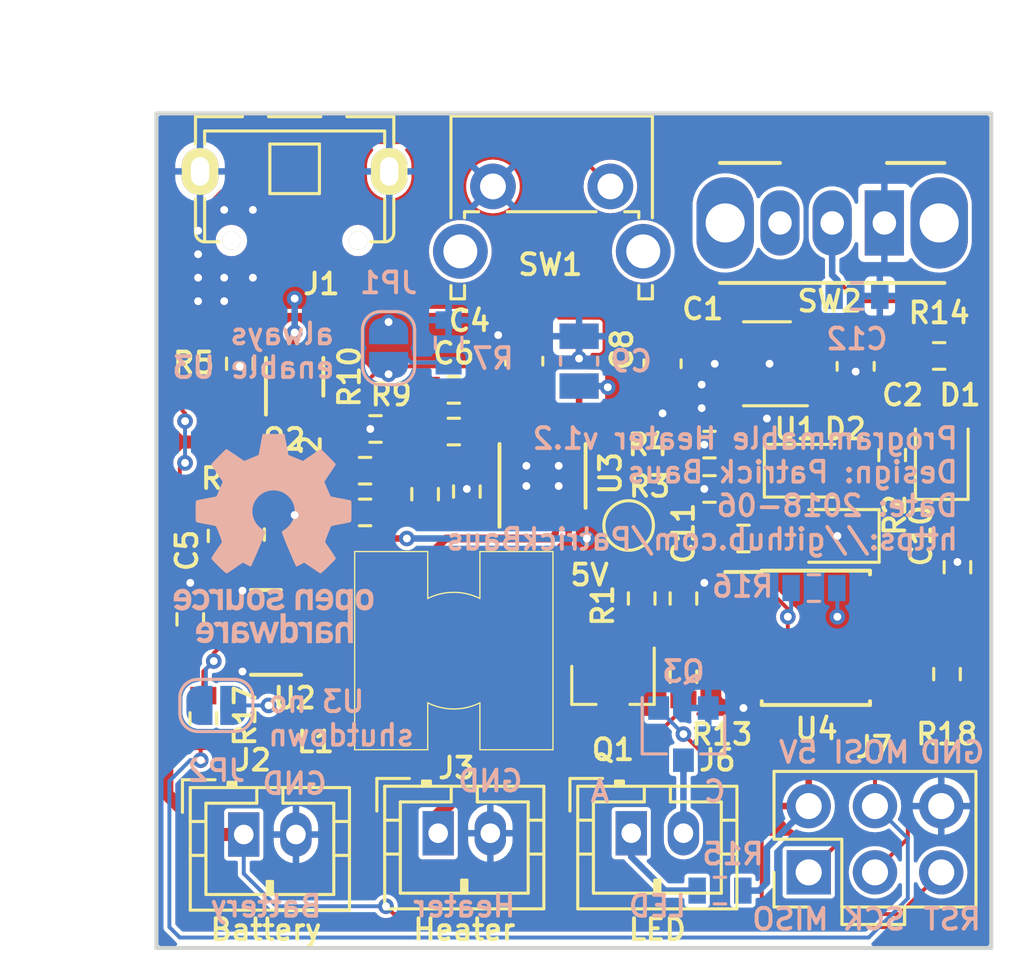
<source format=kicad_pcb>
(kicad_pcb (version 20221018) (generator pcbnew)
  (layers (0 "F.Cu" signal) (31 "B.Cu" signal) (36 "B.SilkS" user "B.Silkscreen") (37 "F.SilkS" user "F.Silkscreen") (38 "B.Mask" user) (39 "F.Mask" user) (44 "Edge.Cuts" user))
  (net 0 "")
  (net 1 "GND")
  (net 2 "/Power Supply/DC/DC boost converter/Vsup")
  (net 3 "/Power Supply/VUSB")
  (net 4 "Net-(C7-Pad1)")
  (net 5 "/Power Supply/V+5")
  (net 6 "Net-(D1-Pad2)")
  (net 7 "Net-(D1-Pad1)")
  (net 8 "Net-(D2-Pad1)")
  (net 9 "Net-(J1-Pad2)")
  (net 10 "Net-(J1-Pad3)")
  (net 11 "Net-(J1-Pad4)")
  (net 12 "/Microcontroller/~{enable_heater}")
  (net 13 "Net-(SW1-Pad2)")
  (net 14 "Net-(L1-Pad2)")
  (net 15 "/BAT+")
  (net 16 "Net-(SW2-Pad3)")
  (net 17 "Net-(C6-Pad1)")
  (net 18 "/Microcontroller/RST")
  (net 19 "/Microcontroller/SCK")
  (net 20 "/Microcontroller/MISO")
  (net 21 "Net-(C3-Pad1)")
  (net 22 "Net-(C5-Pad1)")
  (net 23 "Net-(J3-Pad1)")
  (net 24 "Net-(R4-Pad2)")
  (net 25 "Net-(R8-Pad1)")
  (net 26 "Net-(U2-Pad1)")
  (net 27 "Net-(U2-Pad2)")
  (net 28 "Net-(C6-Pad2)")
  (net 29 "Net-(C11-Pad1)")
  (net 30 "Net-(C12-Pad1)")
  (net 31 "/Power Supply/~{Kill_power}")
  (net 32 "Net-(J6-Pad1)")
  (net 33 "Net-(L1-Pad1)")
  (net 34 "Net-(R9-Pad2)")
  (net 35 "Net-(J6-Pad2)")
  (net 36 "/Microcontroller/MOSI")
  (net 37 "Net-(Q3-Pad1)")
  (net 38 "Net-(JP1-Pad2)")
  (net 39 "Net-(D3-Pad2)")
  (footprint "Connectors_JST:JST_PH_B2B-PH-K_02x2.00mm_Straight" (layer "F.Cu") (at 108.2 97.6)
    (fp_text reference "J6")
    (fp_text value "Conn_01x02")
  )
  (footprint "Connectors_JST:JST_PH_B2B-PH-K_02x2.00mm_Straight" (layer "F.Cu") (at 93.35 97.65)
    (fp_text reference "J2")
    (fp_text value "Conn_01x02")
  )
  (footprint "Connectors_JST:JST_PH_B2B-PH-K_02x2.00mm_Straight" (layer "F.Cu") (at 100.8 97.6)
    (fp_text reference "J3")
    (fp_text value "Conn_01x02")
  )
  (footprint "Custom_footprints:USB_MICRO" (layer "F.Cu") (at 95.3 70.125 180)
    (fp_text reference "J1")
    (fp_text value "USB_MICRO")
  )
  (footprint "Custom_footprints:DFN-6-2EP_2x2mm_Pitch0.65mm" (layer "F.Cu") (at 95.3 80.1 90)
    (fp_text reference "Q2")
    (fp_text value "NTLJF3117P")
  )
  (footprint "Buttons_Switches_THT:SW_Tactile_SPST_Angled_PTS645Vx31-2LFS" (layer "F.Cu") (at 102.9 72.8)
    (fp_text reference "SW1")
    (fp_text value "SW_Push")
  )
  (footprint "Custom_footprints:Coilcraft_MSS7341" (layer "F.Cu") (at 101.4 90.6 90)
    (fp_text reference "L1")
    (fp_text value "22u")
  )
  (footprint "Connector_PinHeader_2.54mm:PinHeader_2x03_P2.54mm_Vertical" (layer "F.Cu") (at 115 99.1 90)
    (fp_text reference "J7")
    (fp_text value "AVR-ISP-6")
  )
  (footprint "TestPoint:TestPoint_Pad_D1.5mm" (layer "F.Cu") (at 108.1 85.8)
    (fp_text reference "TP1" hide)
    (fp_text value "Test_Point")
  )
  (footprint "Package_SO:SOIC-8_3.9x4.9mm_P1.27mm" (layer "F.Cu") (at 115.275952 90.1075)
    (fp_text reference "U4")
    (fp_text value "ATtiny13-20SSU")
  )
  (footprint "LED_SMD:LED_0805_2012Metric" (layer "F.Cu") (at 116 86.2 180)
    (fp_text reference "D3" hide)
    (fp_text value "LED")
  )
  (footprint "Resistor_SMD:R_0603_1608Metric" (layer "F.Cu") (at 112.5 86.3)
    (fp_text reference "R19" hide)
    (fp_text value "1k")
  )
  (footprint "Capacitor_SMD:C_0805_2012Metric" (layer "F.Cu") (at 109.4 79.6 -90)
    (fp_text reference "C1")
    (fp_text value "10u")
  )
  (footprint "Capacitor_SMD:C_0805_2012Metric" (layer "F.Cu") (at 116.8 79.7 -90)
    (fp_text reference "C2")
    (fp_text value "10u")
  )
  (footprint "Capacitor_SMD:C_0603_1608Metric" (layer "F.Cu") (at 94.65 86.15 90)
    (fp_text reference "C3")
    (fp_text value "10n")
  )
  (footprint "Capacitor_SMD:C_0805_2012Metric" (layer "F.Cu") (at 104.1 79.5 90)
    (fp_text reference "C4")
    (fp_text value "47u")
  )
  (footprint "Capacitor_SMD:C_0603_1608Metric" (layer "F.Cu") (at 91.3 89.4 90)
    (fp_text reference "C5")
    (fp_text value "100n")
  )
  (footprint "Capacitor_SMD:C_0603_1608Metric" (layer "F.Cu") (at 100.3 84.6 90)
    (fp_text reference "C7" hide)
    (fp_text value "18p")
  )
  (footprint "Capacitor_SMD:C_0805_2012Metric" (layer "F.Cu") (at 106.2 79.5 90)
    (fp_text reference "C8")
    (fp_text value "47u")
  )
  (footprint "Capacitor_SMD:C_0603_1608Metric" (layer "F.Cu") (at 120.7 87.4 90)
    (fp_text reference "C10")
    (fp_text value "100n")
  )
  (footprint "Capacitor_SMD:C_0603_1608Metric" (layer "F.Cu") (at 110.2 88.6 90)
    (fp_text reference "C11")
    (fp_text value "100n")
  )
  (footprint "LED_SMD:LED_0805_2012Metric" (layer "F.Cu") (at 120.1 83.1 90)
    (fp_text reference "D1")
    (fp_text value "Red LED")
  )
  (footprint "LED_SMD:LED_0805_2012Metric" (layer "F.Cu") (at 115 83.7)
    (fp_text reference "D2")
    (fp_text value "Green LED")
  )
  (footprint "Package_TO_SOT_SMD:SOT-23" (layer "F.Cu") (at 107.5 91.9 -90)
    (fp_text reference "Q1")
    (fp_text value "DMP1045U")
  )
  (footprint "Resistor_SMD:R_0603_1608Metric" (layer "F.Cu") (at 108.6 88.6 -90)
    (fp_text reference "R1")
    (fp_text value "10k")
  )
  (footprint "Resistor_SMD:R_0603_1608Metric" (layer "F.Cu") (at 111.2 84.4)
    (fp_text reference "R3")
    (fp_text value "1k")
  )
  (footprint "Resistor_SMD:R_0603_1608Metric" (layer "F.Cu") (at 111.2 82.7)
    (fp_text reference "R4")
    (fp_text value "2k")
  )
  (footprint "Resistor_SMD:R_0603_1608Metric" (layer "F.Cu") (at 93.2 79.6 -90)
    (fp_text reference "R5")
    (fp_text value "100k")
  )
  (footprint "Resistor_SMD:R_0603_1608Metric" (layer "F.Cu") (at 92.5 86.2 -90)
    (fp_text reference "R6")
    (fp_text value "1k")
  )
  (footprint "Resistor_SMD:R_0603_1608Metric" (layer "F.Cu") (at 101.9 84.5 90)
    (fp_text reference "R8" hide)
    (fp_text value "332k")
  )
  (footprint "Resistor_SMD:R_0603_1608Metric" (layer "F.Cu") (at 101.4 82.2)
    (fp_text reference "R9")
    (fp_text value "33k")
  )
  (footprint "Resistor_SMD:R_0603_1608Metric" (layer "F.Cu") (at 98.4 82.1 180)
    (fp_text reference "R10")
    (fp_text value "150k")
  )
  (footprint "Resistor_SMD:R_0603_1608Metric" (layer "F.Cu") (at 98 85.3)
    (fp_text reference "R11")
    (fp_text value "22.6k")
  )
  (footprint "Resistor_SMD:R_0603_1608Metric" (layer "F.Cu") (at 98 83.7)
    (fp_text reference "R12")
    (fp_text value "1.1M")
  )
  (footprint "Resistor_SMD:R_0603_1608Metric" (layer "F.Cu") (at 110.2 91.6 -90)
    (fp_text reference "R13")
    (fp_text value "1k")
  )
  (footprint "Resistor_SMD:R_0603_1608Metric" (layer "F.Cu") (at 120 79.3)
    (fp_text reference "R14")
    (fp_text value "4.7k")
  )
  (footprint "Resistor_SMD:R_0603_1608Metric" (layer "F.Cu") (at 91.8 93.2 -90)
    (fp_text reference "R17")
    (fp_text value "4.7k")
  )
  (footprint "Resistor_SMD:R_0603_1608Metric" (layer "F.Cu") (at 120.3 91.5 90)
    (fp_text reference "R18")
    (fp_text value "4.7k")
  )
  (footprint "Button_Switch_THT:SW_CuK_OS102011MA1QN1_SPDT_Angled" (layer "F.Cu") (at 117.9 74.2 180)
    (fp_text reference "SW2")
    (fp_text value "SW_SPDT")
  )
  (footprint "Package_TO_SOT_SMD:SOT-23-5" (layer "F.Cu") (at 113.4 79.6 180)
    (fp_text reference "U1")
    (fp_text value "MCP73831")
  )
  (footprint "Package_DFN_QFN:DFN-10-1EP_2x3mm_P0.5mm_EP0.64x2.4mm" (layer "F.Cu") (at 94.2 89.9 180)
    (fp_text reference "U2")
    (fp_text value "LTC2955-1(DFN)")
  )
  (footprint "Capacitor_SMD:C_0603_1608Metric" (layer "F.Cu") (at 101.4 80.6)
    (fp_text reference "C6")
    (fp_text value "200p")
  )
  (footprint "Package_DFN_QFN:DFN-10-1EP_3x3mm_P0.5mm_EP1.55x2.48mm" (layer "F.Cu") (at 104.8 83.9 90)
    (fp_text reference "U3")
    (fp_text value "LTC3536")
  )
  (footprint "Resistor_SMD:R_0603_1608Metric" (layer "F.Cu") (at 118.2 83.1 -90)
    (fp_text reference "R2")
    (fp_text value "470")
  )
  (footprint "Jumper:SolderJumper-2_P1.3mm_Open_RoundedPad1.0x1.5mm" (layer "B.Cu") (at 98.9 79 -90)
    (fp_text reference "JP1")
    (fp_text value "SolderJumper_2_Open")
  )
  (footprint "Jumper:SolderJumper-2_P1.3mm_Open_RoundedPad1.0x1.5mm" (layer "B.Cu") (at 92.3 92.7 180)
    (fp_text reference "JP2")
    (fp_text value "SolderJumper_2_Open")
  )
  (footprint "Symbol:OSHW-Logo_7.5x8mm_SilkScreen" (layer "B.Cu") (at 94.5 86.3 180)
    (fp_text reference "LOGO1" hide)
    (fp_text value "Logo_Open_Hardware_Small" hide)
  )
  (footprint "Capacitor_SMD:C_0805_2012Metric" (layer "B.Cu") (at 106.2 79.5 90)
    (fp_text reference "C9")
    (fp_text value "47u")
  )
  (footprint "Capacitor_SMD:C_0603_1608Metric" (layer "B.Cu") (at 116.85 77)
    (fp_text reference "C12")
    (fp_text value "100n")
  )
  (footprint "Package_TO_SOT_SMD:SOT-23" (layer "B.Cu") (at 110.2 93.8 -90)
    (fp_text reference "Q3")
    (fp_text value "MMBT3904")
  )
  (footprint "Resistor_SMD:R_0603_1608Metric" (layer "B.Cu") (at 101.2 78.8 90)
    (fp_text reference "R7")
    (fp_text value "100k")
  )
  (footprint "Resistor_SMD:R_0603_1608Metric" (layer "B.Cu") (at 111.6 99.8 180)
    (fp_text reference "R15")
    (fp_text value "470")
  )
  (footprint "Resistor_SMD:R_0603_1608Metric" (layer "B.Cu") (at 115.2 88.2 180)
    (fp_text reference "R16")
    (fp_text value "10k")
  )
  (gr_line (start 116.275 101.1) (end 116.275 100.4) (stroke (width 0.125)) (layer "F.SilkS"))
  (gr_line (start 118.675 101.1) (end 116.275 101.1) (stroke (width 0.125)) (layer "F.SilkS"))
  (gr_line (start 118.675 100.45) (end 118.675 101.1) (stroke (width 0.125)) (layer "F.SilkS"))
  (gr_line (start 90 102) (end 90 102) (stroke (width 0.15)) (layer "Edge.Cuts"))
  (gr_line (start 122 70) (end 122 102) (stroke (width 0.15)) (layer "Edge.Cuts"))
  (gr_line (start 90 70) (end 122 70) (stroke (width 0.15)) (layer "Edge.Cuts"))
  (gr_line (start 122 102) (end 90 102) (stroke (width 0.15)) (layer "Edge.Cuts"))
  (gr_line (start 90 70) (end 90 102) (stroke (width 0.15)) (layer "Edge.Cuts"))
  (gr_text "GND" (at 102.8 95.6) (layer "B.SilkS") (effects (font (size 0.8 0.8)) (justify mirror)))
  (gr_text "GND" (at 120.5 94.5) (layer "B.SilkS") (effects (font (size 0.8 0.8)) (justify mirror)))
  (gr_text "MISO" (at 114.3 100.9) (layer "B.SilkS") (effects (font (size 0.8 0.8)) (justify mirror)))
  (gr_text "SCK" (at 117.5 100.9) (layer "B.SilkS") (effects (font (size 0.8 0.8)) (justify mirror)))
  (gr_text "RST" (at 120.5 100.9) (layer "B.SilkS") (effects (font (size 0.8 0.8)) (justify mirror)))
  (gr_text "C" (at 111.4 96) (layer "B.SilkS") (effects (font (size 0.8 0.8)) (justify mirror)))
  (gr_text "A" (at 107 96) (layer "B.SilkS") (effects (font (size 0.8 0.8)) (justify mirror)))
  (gr_text "Programmable Heater v1.2\nDesign: Patrick Baus\nDate: 2018-06\nhttps://github.com/PatrickBaus" (at 120.8 84.4) (layer "B.SilkS") (effects (font (size 0.8 0.8)) (justify left mirror)))
  (gr_text "Heater" (at 101.8 100.4) (layer "B.SilkS") (effects (font (size 0.8 0.8)) (justify mirror)))
  (gr_text "5V" (at 114.6 94.5) (layer "B.SilkS") (effects (font (size 0.8 0.8)) (justify mirror)))
  (gr_text "Battery" (at 94.2 100.4) (layer "B.SilkS") (effects (font (size 0.8 0.8)) (justify mirror)))
  (gr_text "GND" (at 95.3 95.7) (layer "B.SilkS") (effects (font (size 0.8 0.8)) (justify mirror)))
  (gr_text "always\nenable U3" (at 96.9 79.1) (layer "B.SilkS") (effects (font (size 0.8 0.8)) (justify left mirror)))
  (gr_text "MOSI" (at 117.4 94.5) (layer "B.SilkS") (effects (font (size 0.8 0.8)) (justify mirror)))
  (gr_text "LED" (at 109.2 100.4) (layer "B.SilkS") (effects (font (size 0.8 0.8)) (justify mirror)))
  (gr_text "U3 no\nshutdown" (at 94.2 93.2) (layer "B.SilkS") (effects (font (size 0.8 0.8)) (justify right mirror)))
  (gr_text "LED" (at 109.2 101.3) (layer "F.SilkS") (effects (font (size 0.8 0.8))))
  (gr_text "Heater" (at 101.8 101.3) (layer "F.SilkS") (effects (font (size 0.8 0.8))))
  (gr_text "Battery" (at 94.2 101.3) (layer "F.SilkS") (effects (font (size 0.8 0.8))))
  (gr_text "5V" (at 106.6 87.7) (layer "F.SilkS") (effects (font (size 0.8 0.8))))
  (segment (start 97.525 82.1) (end 98.2 82.1) (width 0.25) (layer "F.Cu") (net 1))
  (segment (start 110.95 87.95) (end 111 88) (width 0.15) (layer "F.Cu") (net 1))
  (segment (start 114.5 79.6) (end 113.5 79.6) (width 0.25) (layer "F.Cu") (net 1))
  (segment (start 92.6 73.7) (end 92.4 73.7) (width 0.15) (layer "F.Cu") (net 1))
  (segment (start 93.2 80.35) (end 93.2 79.7) (width 0.25) (layer "F.Cu") (net 1))
  (segment (start 106.2 79.4) (end 106.2 78.545) (width 0.25) (layer "F.Cu") (net 1))
  (segment (start 94.65 85.4) (end 95.3 85.4) (width 0.15) (layer "F.Cu") (net 1))
  (segment (start 104.2 84.4075) (end 104.08 84.2875) (width 0.25) (layer "F.Cu") (net 1))
  (segment (start 111.4 79.9) (end 110.9 80.4) (width 0.25) (layer "F.Cu") (net 1))
  (segment (start 91.6 75.4) (end 91.6 74.5) (width 0.15) (layer "F.Cu") (net 1))
  (segment (start 101.9 83.75) (end 101.9 84.4) (width 0.25) (layer "F.Cu") (net 1))
  (segment (start 110.9 80.4) (end 110.9 81.3) (width 0.25) (layer "F.Cu") (net 1))
  (segment (start 110.2 87.95) (end 110.95 87.95) (width 0.15) (layer "F.Cu") (net 1))
  (segment (start 113.5 81.6) (end 113.4 81.7) (width 0.25) (layer "F.Cu") (net 1))
  (segment (start 104.8 84.1325) (end 105.42 83.5125) (width 0.15) (layer "F.Cu") (net 1))
  (segment (start 92.4 73.7) (end 91.6 74.5) (width 0.15) (layer "F.Cu") (net 1))
  (segment (start 112.575952 92.0125) (end 112.575952 92.724048) (width 0.25) (layer "F.Cu") (net 1))
  (segment (start 93.275 88.325) (end 93.275 88.9) (width 0.15) (layer "F.Cu") (net 1))
  (segment (start 92.6 76.3) (end 92.6 77.2) (width 0.15) (layer "F.Cu") (net 1))
  (segment (start 111.4 79.6) (end 113.5 79.6) (width 0.25) (layer "F.Cu") (net 1))
  (segment (start 110.45 84.4) (end 111 84.4) (width 0.25) (layer "F.Cu") (net 1))
  (segment (start 112.575952 92.724048) (end 112.5 92.8) (width 0.25) (layer "F.Cu") (net 1))
  (segment (start 93.275 89.4) (end 93.275 88.9) (width 0.15) (layer "F.Cu") (net 1))
  (segment (start 103.1 78.5) (end 103.15 78.55) (width 0.25) (layer "F.Cu") (net 1))
  (segment (start 94 74) (end 93.7 73.7) (width 0.15) (layer "F.Cu") (net 1))
  (segment (start 113.5 79.6) (end 113.5 81.6) (width 0.25) (layer "F.Cu") (net 1))
  (segment (start 103.145 78.545) (end 103.1 78.5) (width 0.25) (layer "F.Cu") (net 1))
  (segment (start 91.6 75.4) (end 91.6 76.3) (width 0.15) (layer "F.Cu") (net 1))
  (segment (start 111.4 79.6) (end 111.4 79.9) (width 0.25) (layer "F.Cu") (net 1))
  (segment (start 104.1 78.545) (end 103.145 78.545) (width 0.25) (layer "F.Cu") (net 1))
  (segment (start 93.3 88.3) (end 93.275 88.325) (width 0.15) (layer "F.Cu") (net 1))
  (segment (start 93.275 91.375) (end 93.3 91.4) (width 0.15) (layer "F.Cu") (net 1))
  (segment (start 109.4 80.6) (end 109.4 81.5) (width 0.25) (layer "F.Cu") (net 1))
  (segment (start 92.6 76.3) (end 93.7 76.3) (width 0.15) (layer "F.Cu") (net 1))
  (segment (start 120.7 87.2) (end 120.7 86.65) (width 0.25) (layer "F.Cu") (net 1))
  (segment (start 93.7 73.7) (end 92.6 73.7) (width 0.15) (layer "F.Cu") (net 1))
  (segment (start 104.8 85.45) (end 104.8 84.1325) (width 0.15) (layer "F.Cu") (net 1))
  (segment (start 91.3 88.65) (end 91.3 88) (width 0.25) (layer "F.Cu") (net 1))
  (segment (start 116.8 80.7) (end 116.8 79.9) (width 0.25) (layer "F.Cu") (net 1))
  (segment (start 104.3 85.45) (end 104.3 84.4075) (width 0.25) (layer "F.Cu") (net 1))
  (segment (start 91.6 76.3) (end 91.6 77.2) (width 0.15) (layer "F.Cu") (net 1))
  (segment (start 94 74.8) (end 94 74) (width 0.15) (layer "F.Cu") (net 1))
  (segment (start 116.955 86.2) (end 116.1 86.2) (width 0.15) (layer "F.Cu") (net 1))
  (segment (start 91.6 76.3) (end 92.6 76.3) (width 0.15) (layer "F.Cu") (net 1))
  (segment (start 110.45 82.7) (end 111 82.7) (width 0.25) (layer "F.Cu") (net 1))
  (segment (start 93.275 90.9) (end 93.275 91.375) (width 0.15) (layer "F.Cu") (net 1))
  (via (at 91.6 76.3) (size 0.6) (drill 0.3) (layers "F.Cu" "B.Cu") (net 1))
  (via (at 91.6 77.2) (size 0.6) (drill 0.3) (layers "F.Cu" "B.Cu") (net 1))
  (via (at 92.6 76.3) (size 0.6) (drill 0.3) (layers "F.Cu" "B.Cu") (net 1))
  (via (at 92.6 77.2) (size 0.6) (drill 0.3) (layers "F.Cu" "B.Cu") (net 1))
  (via (at 93.7 76.3) (size 0.6) (drill 0.3) (layers "F.Cu" "B.Cu") (net 1))
  (via (at 111 88) (size 0.6) (drill 0.3) (layers "F.Cu" "B.Cu") (net 1))
  (via (at 104.18 83.5125) (size 0.6) (drill 0.3) (layers "F.Cu" "B.Cu") (net 1))
  (via (at 113.5 79.6) (size 0.6) (drill 0.3) (layers "F.Cu" "B.Cu") (net 1))
  (via (at 111 84.4) (size 0.6) (drill 0.3) (layers "F.Cu" "B.Cu") (net 1))
  (via (at 105.42 84.2875) (size 0.6) (drill 0.3) (layers "F.Cu" "B.Cu") (net 1))
  (via (at 93.2 79.7) (size 0.6) (drill 0.3) (layers "F.Cu" "B.Cu") (net 1))
  (via (at 98.2 82.1) (size 0.6) (drill 0.3) (layers "F.Cu" "B.Cu") (net 1))
  (via (at 93.3 91.4) (size 0.6) (drill 0.3) (layers "F.Cu" "B.Cu") (net 1))
  (via (at 101.9 84.4) (size 0.6) (drill 0.3) (layers "F.Cu" "B.Cu") (net 1))
  (via (at 116.8 79.9) (size 0.6) (drill 0.3) (layers "F.Cu" "B.Cu") (net 1))
  (via (at 93.7 73.7) (size 0.6) (drill 0.3) (layers "F.Cu" "B.Cu") (net 1))
  (via (at 106.2 79.4) (size 0.6) (drill 0.3) (layers "F.Cu" "B.Cu") (net 1))
  (via (at 91.6 74.5) (size 0.6) (drill 0.3) (layers "F.Cu" "B.Cu") (net 1))
  (via (at 105.42 83.5125) (size 0.6) (drill 0.3) (layers "F.Cu" "B.Cu") (net 1))
  (via (at 112.5 92.8) (size 0.6) (drill 0.3) (layers "F.Cu" "B.Cu") (net 1))
  (via (at 91.6 75.4) (size 0.6) (drill 0.3) (layers "F.Cu" "B.Cu") (net 1))
  (via (at 111 82.7) (size 0.6) (drill 0.3) (layers "F.Cu" "B.Cu") (net 1))
  (via (at 110.9 80.4) (size 0.6) (drill 0.3) (layers "F.Cu" "B.Cu") (net 1))
  (via (at 93.3 88.3) (size 0.6) (drill 0.3) (layers "F.Cu" "B.Cu") (net 1))
  (via (at 109.4 81.5) (size 0.6) (drill 0.3) (layers "F.Cu" "B.Cu") (net 1))
  (via (at 95.3 85.4) (size 0.6) (drill 0.3) (layers "F.Cu" "B.Cu") (net 1))
  (via (at 110.9 81.3) (size 0.6) (drill 0.3) (layers "F.Cu" "B.Cu") (net 1))
  (via (at 103.1 78.5) (size 0.6) (drill 0.3) (layers "F.Cu" "B.Cu") (net 1))
  (via (at 116.1 86.2) (size 0.6) (drill 0.3) (layers "F.Cu" "B.Cu") (net 1))
  (via (at 92.6 73.7) (size 0.6) (drill 0.3) (layers "F.Cu" "B.Cu") (net 1))
  (via (at 91.3 88) (size 0.6) (drill 0.3) (layers "F.Cu" "B.Cu") (net 1))
  (via (at 104.18 84.2875) (size 0.6) (drill 0.3) (layers "F.Cu" "B.Cu") (net 1))
  (via (at 113.4 81.7) (size 0.6) (drill 0.3) (layers "F.Cu" "B.Cu") (net 1))
  (via (at 111.4 79.6) (size 0.6) (drill 0.3) (layers "F.Cu" "B.Cu") (net 1))
  (via (at 120.7 87.2) (size 0.6) (drill 0.3) (layers "F.Cu" "B.Cu") (net 1))
  (segment (start 106.2 78.545) (end 106.2 79.4) (width 0.25) (layer "B.Cu") (net 1))
  (segment (start 92.5 84.8) (end 93.85 83.45) (width 0.15) (layer "F.Cu") (net 2))
  (segment (start 96.8 79.5) (end 97 79.3) (width 0.15) (layer "F.Cu") (net 2))
  (segment (start 96.75 79.5) (end 96.8 79.5) (width 0.15) (layer "F.Cu") (net 2))
  (segment (start 96.6 79.65) (end 96.75 79.5) (width 0.15) (layer "F.Cu") (net 2))
  (segment (start 94.9 79.6) (end 94.9 80.1) (width 0.25) (layer "F.Cu") (net 2))
  (segment (start 93.85 83.45) (end 95.05 83.45) (width 0.15) (layer "F.Cu") (net 2))
  (segment (start 96.6 81.9) (end 96.6 79.65) (width 0.15) (layer "F.Cu") (net 2))
  (segment (start 105.3 82.35) (end 105.3 81.705) (width 0.25) (layer "F.Cu") (net 2))
  (segment (start 96.7 79.5) (end 96.5 79.3) (width 0.15) (layer "F.Cu") (net 2))
  (segment (start 94.65 79.35) (end 94.9 79.6) (width 0.25) (layer "F.Cu") (net 2))
  (segment (start 94.65 79.05) (end 94.65 79.35) (width 0.25) (layer "F.Cu") (net 2))
  (segment (start 95.05 83.45) (end 96.6 81.9) (width 0.15) (layer "F.Cu") (net 2))
  (segment (start 96.75 79.5) (end 96.75 79.1) (width 0.15) (layer "F.Cu") (net 2))
  (segment (start 96.8 79.5) (end 96.7 79.5) (width 0.15) (layer "F.Cu") (net 2))
  (segment (start 104.1 80.455) (end 104.1 80.505) (width 0.25) (layer "F.Cu") (net 2))
  (segment (start 92.5 85.45) (end 92.5 84.8) (width 0.15) (layer "F.Cu") (net 2))
  (segment (start 104.1 80.505) (end 105.3 81.705) (width 0.25) (layer "F.Cu") (net 2))
  (via (at 98.9 78) (size 0.6) (drill 0.3) (layers "F.Cu" "B.Cu") (net 2))
  (segment (start 98.9 78) (end 98.9 78.425) (width 0.15) (layer "B.Cu") (net 2))
  (segment (start 98.9 78.425) (end 98.9 78.73) (width 0.15) (layer "B.Cu") (net 2))
  (segment (start 108 80.1) (end 107.8 79.9) (width 0.15) (layer "F.Cu") (net 3))
  (segment (start 118.2 84.5) (end 117.9 84.8) (width 0.15) (layer "F.Cu") (net 3))
  (segment (start 95.3 79.05) (end 95.3 78.4) (width 0.25) (layer "F.Cu") (net 3))
  (segment (start 107.8 79.9) (end 108.2 79.9) (width 0.15) (layer "F.Cu") (net 3))
  (segment (start 108 80.2) (end 108 80.1) (width 0.15) (layer "F.Cu") (net 3))
  (segment (start 112.7 85.3) (end 109.6 85.3) (width 0.15) (layer "F.Cu") (net 3))
  (segment (start 118.2 83.975) (end 118.2 84.5) (width 0.15) (layer "F.Cu") (net 3))
  (segment (start 109.6 85.3) (end 108 83.7) (width 0.15) (layer "F.Cu") (net 3))
  (segment (start 108 83.7) (end 108 80.2) (width 0.15) (layer "F.Cu") (net 3))
  (segment (start 113.2 84.8) (end 112.7 85.3) (width 0.15) (layer "F.Cu") (net 3))
  (segment (start 108 80.2) (end 108 79.1) (width 0.15) (layer "F.Cu") (net 3))
  (segment (start 117.9 84.8) (end 113.2 84.8) (width 0.15) (layer "F.Cu") (net 3))
  (segment (start 108 80.1) (end 108.2 79.9) (width 0.15) (layer "F.Cu") (net 3))
  (segment (start 107.8 79.9) (end 107.7 79.8) (width 0.15) (layer "F.Cu") (net 3))
  (via (at 95.3 78.4) (size 0.6) (drill 0.3) (layers "F.Cu" "B.Cu") (net 3))
  (via (at 95.3 77.1) (size 0.6) (drill 0.3) (layers "F.Cu" "B.Cu") (net 3))
  (segment (start 95.3 78.4) (end 95.3 77.1) (width 0.25) (layer "B.Cu") (net 3))
  (segment (start 99.4 85.3) (end 99.575 85.475) (width 0.25) (layer "F.Cu") (net 4))
  (segment (start 98.875 85.3) (end 99.4 85.3) (width 0.25) (layer "F.Cu") (net 4))
  (segment (start 99.575 85.475) (end 100.3 85.475) (width 0.25) (layer "F.Cu") (net 4))
  (segment (start 97.125 85.3) (end 97.125 85.825) (width 0.25) (layer "F.Cu") (net 5))
  (segment (start 105.3 94.9) (end 106.55 93.65) (width 0.15) (layer "F.Cu") (net 5))
  (segment (start 107.255 80.455) (end 107.3 80.5) (width 0.25) (layer "F.Cu") (net 5))
  (segment (start 94.3 92.7) (end 94.4 92.7) (width 0.15) (layer "F.Cu") (net 5))
  (segment (start 97.125 85.825) (end 97.6 86.3) (width 0.25) (layer "F.Cu") (net 5))
  (segment (start 94.4 92.7) (end 96.6 94.9) (width 0.15) (layer "F.Cu") (net 5))
  (segment (start 106.2 80.455) (end 107.255 80.455) (width 0.25) (layer "F.Cu") (net 5))
  (segment (start 97.125 83.7) (end 97.125 85.3) (width 0.25) (layer "F.Cu") (net 5))
  (segment (start 106.55 93.65) (end 106.55 90.9) (width 0.15) (layer "F.Cu") (net 5))
  (segment (start 97.6 86.3) (end 99.6 86.3) (width 0.25) (layer "F.Cu") (net 5))
  (segment (start 96.6 94.9) (end 105.3 94.9) (width 0.15) (layer "F.Cu") (net 5))
  (via (at 94.3 92.7) (size 0.6) (drill 0.3) (layers "F.Cu" "B.Cu") (net 5))
  (via (at 116.1 89.3) (size 0.6) (drill 0.3) (layers "F.Cu" "B.Cu") (net 5))
  (via (at 107.3 80.5) (size 0.6) (drill 0.3) (layers "F.Cu" "B.Cu") (net 5))
  (via (at 106.5 86.3) (size 0.6) (drill 0.3) (layers "F.Cu" "B.Cu") (net 5))
  (via (at 99.6 86.3) (size 0.6) (drill 0.3) (layers "F.Cu" "B.Cu") (net 5))
  (segment (start 106.2 80.455) (end 107.255 80.455) (width 0.25) (layer "B.Cu") (net 5))
  (segment (start 113.4 99.5) (end 113.4 98.16) (width 0.25) (layer "B.Cu") (net 5))
  (segment (start 112.35 99.8) (end 113.1 99.8) (width 0.25) (layer "B.Cu") (net 5))
  (segment (start 116.1 88.225) (end 116.075 88.2) (width 0.15) (layer "B.Cu") (net 5))
  (segment (start 107.255 80.455) (end 107.3 80.5) (width 0.25) (layer "B.Cu") (net 5))
  (segment (start 116.1 89.3) (end 116.1 88.225) (width 0.15) (layer "B.Cu") (net 5))
  (segment (start 113.1 99.8) (end 113.4 99.5) (width 0.25) (layer "B.Cu") (net 5))
  (segment (start 106.5 86.3) (end 99.6 86.3) (width 0.25) (layer "B.Cu") (net 5))
  (segment (start 113.4 98.16) (end 115 96.56) (width 0.25) (layer "B.Cu") (net 5))
  (segment (start 94.3 92.7) (end 92.95 92.7) (width 0.15) (layer "B.Cu") (net 5))
  (segment (start 120.1 82.145) (end 119.155 82.145) (width 0.15) (layer "F.Cu") (net 6))
  (segment (start 119.075 82.225) (end 118.2 82.225) (width 0.15) (layer "F.Cu") (net 6))
  (segment (start 119.155 82.145) (end 119.075 82.225) (width 0.15) (layer "F.Cu") (net 6))
  (segment (start 114.5 81.9) (end 115.2 82.6) (width 0.15) (layer "F.Cu") (net 7))
  (segment (start 115.2 82.6) (end 115.6 82.6) (width 0.15) (layer "F.Cu") (net 7))
  (segment (start 115.955 83.7) (end 116.6 83.7) (width 0.15) (layer "F.Cu") (net 7))
  (segment (start 120.1 83.4) (end 120.1 84.055) (width 0.15) (layer "F.Cu") (net 7))
  (segment (start 117.2 83.1) (end 119.8 83.1) (width 0.15) (layer "F.Cu") (net 7))
  (segment (start 114.5 80.55) (end 114.5 81.9) (width 0.15) (layer "F.Cu") (net 7))
  (segment (start 119.8 83.1) (end 120.1 83.4) (width 0.15) (layer "F.Cu") (net 7))
  (segment (start 116.6 83.7) (end 117.2 83.1) (width 0.15) (layer "F.Cu") (net 7))
  (segment (start 115.955 82.955) (end 115.955 83.7) (width 0.15) (layer "F.Cu") (net 7))
  (segment (start 115.6 82.6) (end 115.955 82.955) (width 0.15) (layer "F.Cu") (net 7))
  (segment (start 111.95 84.4) (end 112.5 84.4) (width 0.15) (layer "F.Cu") (net 8))
  (segment (start 112.5 84.4) (end 112.7 84.2) (width 0.15) (layer "F.Cu") (net 8))
  (segment (start 112.7 84.2) (end 113.9 84.2) (width 0.15) (layer "F.Cu") (net 8))
  (segment (start 108.45 90.15) (end 108.45 90.9) (width 0.15) (layer "F.Cu") (net 12))
  (segment (start 108.6 89.475) (end 108.6 90) (width 0.15) (layer "F.Cu") (net 12))
  (segment (start 112.575952 89.4725) (end 111.5725 89.4725) (width 0.15) (layer "F.Cu") (net 12))
  (segment (start 108.6 89) (end 108.6 89.475) (width 0.15) (layer "F.Cu") (net 12))
  (segment (start 109 88.6) (end 108.6 89) (width 0.15) (layer "F.Cu") (net 12))
  (segment (start 108.6 90) (end 108.45 90.15) (width 0.15) (layer "F.Cu") (net 12))
  (segment (start 111.5725 89.4725) (end 110.7 88.6) (width 0.15) (layer "F.Cu") (net 12))
  (segment (start 110.7 88.6) (end 109 88.6) (width 0.15) (layer "F.Cu") (net 12))
  (segment (start 91 81.4) (end 91 74) (width 0.15) (layer "F.Cu") (net 13))
  (segment (start 91.3 73.7) (end 91.8 73.7) (width 0.15) (layer "F.Cu") (net 13))
  (segment (start 91.1 81.8) (end 91.1 81.5) (width 0.15) (layer "F.Cu") (net 13))
  (segment (start 91.1 83.4) (end 90.9 83.6) (width 0.15) (layer "F.Cu") (net 13))
  (segment (start 91.1 81.5) (end 91 81.4) (width 0.15) (layer "F.Cu") (net 13))
  (segment (start 90.9 86.8) (end 91.8 87.7) (width 0.15) (layer "F.Cu") (net 13))
  (segment (start 94.6 87.7) (end 95.125 88.225) (width 0.15) (layer "F.Cu") (net 13))
  (segment (start 91 74) (end 91.3 73.7) (width 0.15) (layer "F.Cu") (net 13))
  (segment (start 95.125 88.225) (end 95.125 88.9) (width 0.15) (layer "F.Cu") (net 13))
  (segment (start 91.8 87.7) (end 94.6 87.7) (width 0.15) (layer "F.Cu") (net 13))
  (segment (start 94.4 71.1) (end 105.7 71.1) (width 0.15) (layer "F.Cu") (net 13))
  (segment (start 90.9 83.6) (end 90.9 86.8) (width 0.15) (layer "F.Cu") (net 13))
  (segment (start 91.8 73.7) (end 94.4 71.1) (width 0.15) (layer "F.Cu") (net 13))
  (segment (start 105.7 71.1) (end 107.4 72.8) (width 0.15) (layer "F.Cu") (net 13))
  (via (at 91.1 81.8) (size 0.6) (drill 0.3) (layers "F.Cu" "B.Cu") (net 13))
  (via (at 91.1 83.4) (size 0.6) (drill 0.3) (layers "F.Cu" "B.Cu") (net 13))
  (segment (start 91.1 83.4) (end 91.1 81.8) (width 0.15) (layer "B.Cu") (net 13))
  (segment (start 105.8 85.45) (end 105.8 86.3) (width 0.25) (layer "F.Cu") (net 14))
  (segment (start 105.8 86.75) (end 105.7 86.85) (width 0.25) (layer "F.Cu") (net 14))
  (segment (start 105.8 86.3) (end 105.8 86.75) (width 0.25) (layer "F.Cu") (net 14))
  (segment (start 105.8 86.3) (end 105.45 86.65) (width 0.25) (layer "F.Cu") (net 14))
  (segment (start 95.95 81.85) (end 95.95 81.15) (width 0.5) (layer "F.Cu") (net 15))
  (segment (start 107.8 95.2) (end 107.3 95.2) (width 0.15) (layer "F.Cu") (net 15))
  (segment (start 90.9 82.6) (end 95.2 82.6) (width 0.5) (layer "F.Cu") (net 15))
  (segment (start 107.3 95.2) (end 106.2 96.3) (width 0.15) (layer "F.Cu") (net 15))
  (segment (start 95.7 80.1) (end 95.7 80.4) (width 0.25) (layer "F.Cu") (net 15))
  (segment (start 110.2 71.5) (end 109.3 70.6) (width 0.5) (layer "F.Cu") (net 15))
  (segment (start 106.2 96.3) (end 106.2 99.9) (width 0.15) (layer "F.Cu") (net 15))
  (segment (start 95.95 80.65) (end 95.95 81.15) (width 0.25) (layer "F.Cu") (net 15))
  (segment (start 93.35 97.65) (end 91.95 97.65) (width 0.5) (layer "F.Cu") (net 15))
  (segment (start 90.4 96.1) (end 90.4 83.1) (width 0.5) (layer "F.Cu") (net 15))
  (segment (start 114.5 77.9) (end 113.6 77) (width 0.5) (layer "F.Cu") (net 15))
  (segment (start 90.4 71.6) (end 90.4 82.1) (width 0.5) (layer "F.Cu") (net 15))
  (segment (start 99.1 100.7) (end 98.8 100.4) (width 0.15) (layer "F.Cu") (net 15))
  (segment (start 110.2 92.475) (end 110.2 92.8) (width 0.15) (layer "F.Cu") (net 15))
  (segment (start 109.3 70.6) (end 91.4 70.6) (width 0.5) (layer "F.Cu") (net 15))
  (segment (start 114.5 78.65) (end 114.5 77.9) (width 0.5) (layer "F.Cu") (net 15))
  (segment (start 90.4 82.1) (end 90.4 82.6) (width 0.5) (layer "F.Cu") (net 15))
  (segment (start 105.4 100.7) (end 99.1 100.7) (width 0.15) (layer "F.Cu") (net 15))
  (segment (start 95.2 82.6) (end 95.95 81.85) (width 0.5) (layer "F.Cu") (net 15))
  (segment (start 116.525 78.65) (end 116.8 78.925) (width 0.5) (layer "F.Cu") (net 15))
  (segment (start 114.5 78.65) (end 116.525 78.65) (width 0.5) (layer "F.Cu") (net 15))
  (segment (start 110.2 76) (end 110.2 71.5) (width 0.5) (layer "F.Cu") (net 15))
  (segment (start 110.2 92.8) (end 107.8 95.2) (width 0.15) (layer "F.Cu") (net 15))
  (segment (start 106.2 99.9) (end 105.4 100.7) (width 0.15) (layer "F.Cu") (net 15))
  (segment (start 111.2 77) (end 110.2 76) (width 0.5) (layer "F.Cu") (net 15))
  (segment (start 95.7 80.4) (end 95.95 80.65) (width 0.25) (layer "F.Cu") (net 15))
  (segment (start 90.4 82.6) (end 90.9 82.6) (width 0.5) (layer "F.Cu") (net 15))
  (segment (start 113.6 77) (end 111.2 77) (width 0.5) (layer "F.Cu") (net 15))
  (segment (start 90.9 82.6) (end 90.4 82.1) (width 0.5) (layer "F.Cu") (net 15))
  (segment (start 90.4 83.1) (end 90.4 82.6) (width 0.5) (layer "F.Cu") (net 15))
  (segment (start 90.9 82.6) (end 90.4 83.1) (width 0.5) (layer "F.Cu") (net 15))
  (segment (start 91.95 97.65) (end 90.4 96.1) (width 0.5) (layer "F.Cu") (net 15))
  (segment (start 91.4 70.6) (end 90.4 71.6) (width 0.5) (layer "F.Cu") (net 15))
  (via (at 98.8 100.4) (size 0.6) (drill 0.3) (layers "F.Cu" "B.Cu") (net 15))
  (segment (start 98.8 100.4) (end 94.6 100.4) (width 0.15) (layer "B.Cu") (net 15))
  (segment (start 94.6 100.4) (end 93.35 99.15) (width 0.15) (layer "B.Cu") (net 15))
  (segment (start 93.35 99.15) (end 93.35 97.65) (width 0.15) (layer "B.Cu") (net 15))
  (segment (start 100.525 80.6) (end 100.525 82.2) (width 0.15) (layer "F.Cu") (net 17))
  (segment (start 114.2 89.3) (end 114.2 92.2) (width 0.15) (layer "F.Cu") (net 18))
  (segment (start 114.2 92.2) (end 113.2 93.2) (width 0.15) (layer "F.Cu") (net 18))
  (segment (start 113.6 100.7) (end 113.2 100.3) (width 0.15) (layer "F.Cu") (net 18))
  (segment (start 114.2 89) (end 114.2 89.3) (width 0.15) (layer "F.Cu") (net 18))
  (segment (start 118.3 100.7) (end 113.6 100.7) (width 0.15) (layer "F.Cu") (net 18))
  (segment (start 113.4025 88.2025) (end 114.2 89) (width 0.15) (layer "F.Cu") (net 18))
  (segment (start 112.575952 88.2025) (end 113.4025 88.2025) (width 0.15) (layer "F.Cu") (net 18))
  (segment (start 118.3 100.7) (end 118.48 100.7) (width 0.15) (layer "F.Cu") (net 18))
  (segment (start 113.2 96.7) (end 113.2 93.2) (width 0.15) (layer "F.Cu") (net 18))
  (segment (start 118.48 100.7) (end 120.08 99.1) (width 0.15) (layer "F.Cu") (net 18))
  (segment (start 113.2 100.3) (end 113.2 96.7) (width 0.15) (layer "F.Cu") (net 18))
  (via (at 114.2 89.3) (size 0.6) (drill 0.3) (layers "F.Cu" "B.Cu") (net 18))
  (segment (start 114.325 89.175) (end 114.2 89.3) (width 0.15) (layer "B.Cu") (net 18))
  (segment (start 114.325 88.2) (end 114.325 89.175) (width 0.15) (layer "B.Cu") (net 18))
  (segment (start 121 91.5) (end 119.7 91.5) (width 0.15) (layer "F.Cu") (net 19))
  (segment (start 121 89.345) (end 121 89.6) (width 0.15) (layer "F.Cu") (net 19))
  (segment (start 120.75 79.3) (end 121.1 79.3) (width 0.15) (layer "F.Cu") (net 19))
  (segment (start 119.3 91.9) (end 119.3 94.6) (width 0.15) (layer "F.Cu") (net 19))
  (segment (start 118.8 97.8) (end 118.8 95.1) (width 0.15) (layer "F.Cu") (net 19))
  (segment (start 117.975952 89.4725) (end 120.8725 89.4725) (width 0.15) (layer "F.Cu") (net 19))
  (segment (start 119.7 91.5) (end 119.3 91.9) (width 0.15) (layer "F.Cu") (net 19))
  (segment (start 121 89.6) (end 121.3 89.9) (width 0.15) (layer "F.Cu") (net 19))
  (segment (start 121.1 79.3) (end 121.5 79.7) (width 0.15) (layer "F.Cu") (net 19))
  (segment (start 121.5 88.845) (end 121 89.345) (width 0.15) (layer "F.Cu") (net 19))
  (segment (start 121.3 89.9) (end 121.3 91.2) (width 0.15) (layer "F.Cu") (net 19))
  (segment (start 120.8725 89.4725) (end 121 89.6) (width 0.15) (layer "F.Cu") (net 19))
  (segment (start 119.3 94.6) (end 118.8 95.1) (width 0.15) (layer "F.Cu") (net 19))
  (segment (start 117.54 99.1) (end 117.54 99.06) (width 0.15) (layer "F.Cu") (net 19))
  (segment (start 121 89.345) (end 120.8725 89.4725) (width 0.15) (layer "F.Cu") (net 19))
  (segment (start 121.5 79.7) (end 121.5 88.845) (width 0.15) (layer "F.Cu") (net 19))
  (segment (start 121.3 91.2) (end 121 91.5) (width 0.15) (layer "F.Cu") (net 19))
  (segment (start 117.54 99.06) (end 118.8 97.8) (width 0.15) (layer "F.Cu") (net 19))
  (segment (start 115 99.1) (end 116.3 97.8) (width 0.15) (layer "F.Cu") (net 20))
  (segment (start 117.983452 90.75) (end 117.975952 90.7425) (width 0.15) (layer "F.Cu") (net 20))
  (segment (start 116.3 97.8) (end 116.3 91.1) (width 0.15) (layer "F.Cu") (net 20))
  (segment (start 120.3 90.75) (end 117.983452 90.75) (width 0.15) (layer "F.Cu") (net 20))
  (segment (start 116.3 91.1) (end 116.6575 90.7425) (width 0.15) (layer "F.Cu") (net 20))
  (segment (start 116.6575 90.7425) (end 117.975952 90.7425) (width 0.15) (layer "F.Cu") (net 20))
  (segment (start 95.125 89.4) (end 95.9 89.4) (width 0.15) (layer "F.Cu") (net 21))
  (segment (start 96.2 87.7) (end 95.4 86.9) (width 0.15) (layer "F.Cu") (net 21))
  (segment (start 95.4 86.9) (end 94.65 86.9) (width 0.15) (layer "F.Cu") (net 21))
  (segment (start 92.5 86.95) (end 93.55 86.95) (width 0.25) (layer "F.Cu") (net 21))
  (segment (start 95.9 89.4) (end 96.2 89.1) (width 0.15) (layer "F.Cu") (net 21))
  (segment (start 93.55 86.95) (end 93.6 86.9) (width 0.25) (layer "F.Cu") (net 21))
  (segment (start 93.6 86.9) (end 94.65 86.9) (width 0.25) (layer "F.Cu") (net 21))
  (segment (start 96.2 89.1) (end 96.2 87.7) (width 0.15) (layer "F.Cu") (net 21))
  (segment (start 92.1 89.9) (end 93.275 89.9) (width 0.15) (layer "F.Cu") (net 22))
  (segment (start 91.3 90.15) (end 91.85 90.15) (width 0.15) (layer "F.Cu") (net 22))
  (segment (start 91.85 90.15) (end 92.1 89.9) (width 0.15) (layer "F.Cu") (net 22))
  (segment (start 100.8 97.6) (end 100.8 96.9) (width 0.5) (layer "F.Cu") (net 23))
  (segment (start 105.6 95.9) (end 107.5 94) (width 0.5) (layer "F.Cu") (net 23))
  (segment (start 100.8 96.9) (end 101.8 95.9) (width 0.5) (layer "F.Cu") (net 23))
  (segment (start 101.8 95.9) (end 105.6 95.9) (width 0.5) (layer "F.Cu") (net 23))
  (segment (start 107.5 94) (end 107.5 92.9) (width 0.5) (layer "F.Cu") (net 23))
  (segment (start 112.3 81.4) (end 111.95 81.75) (width 0.15) (layer "F.Cu") (net 24))
  (segment (start 112.3 80.55) (end 112.3 81.4) (width 0.15) (layer "F.Cu") (net 24))
  (segment (start 111.95 81.75) (end 111.95 82.7) (width 0.15) (layer "F.Cu") (net 24))
  (segment (start 102.55 85.25) (end 102.75 85.45) (width 0.15) (layer "F.Cu") (net 25))
  (segment (start 102.75 85.45) (end 103.7 85.45) (width 0.15) (layer "F.Cu") (net 25))
  (segment (start 101.9 85.25) (end 102.55 85.25) (width 0.15) (layer "F.Cu") (net 25))
  (segment (start 100.3 83.3) (end 100.3 83.1) (width 0.15) (layer "F.Cu") (net 28))
  (segment (start 101.4 82.8) (end 101.4 82.7) (width 0.15) (layer "F.Cu") (net 28))
  (segment (start 102.275 80.6) (end 102.275 80.875) (width 0.15) (layer "F.Cu") (net 28))
  (segment (start 102.275 80.875) (end 103.1 81.7) (width 0.15) (layer "F.Cu") (net 28))
  (segment (start 98.875 83.7) (end 98.9 83.7) (width 0.15) (layer "F.Cu") (net 28))
  (segment (start 100.5 83.1) (end 100.6 83) (width 0.15) (layer "F.Cu") (net 28))
  (segment (start 101.8 80.6) (end 102.275 80.6) (width 0.15) (layer "F.Cu") (net 28))
  (segment (start 99.4 83) (end 99.275 82.875) (width 0.15) (layer "F.Cu") (net 28))
  (segment (start 99.4 83) (end 99.4 83.2) (width 0.15) (layer "F.Cu") (net 28))
  (segment (start 100.1 83.1) (end 99.5 83.1) (width 0.15) (layer "F.Cu") (net 28))
  (segment (start 100.3 83.725) (end 100.3 83.3) (width 0.15) (layer "F.Cu") (net 28))
  (segment (start 100.3 83.3) (end 100.5 83.1) (width 0.15) (layer "F.Cu") (net 28))
  (segment (start 104.3 81.85) (end 104.3 82.35) (width 0.15) (layer "F.Cu") (net 28))
  (segment (start 101.1 83) (end 101.4 82.7) (width 0.15) (layer "F.Cu") (net 28))
  (segment (start 101.4 81) (end 101.8 80.6) (width 0.15) (layer "F.Cu") (net 28))
  (segment (start 100.3 83.1) (end 100.5 83.1) (width 0.15) (layer "F.Cu") (net 28))
  (segment (start 104.15 81.7) (end 104.3 81.85) (width 0.15) (layer "F.Cu") (net 28))
  (segment (start 101.4 82.7) (end 101.4 81) (width 0.15) (layer "F.Cu") (net 28))
  (segment (start 99.4 83.2) (end 99.5 83.1) (width 0.15) (layer "F.Cu") (net 28))
  (segment (start 98.9 83.7) (end 99.4 83.2) (width 0.15) (layer "F.Cu") (net 28))
  (segment (start 100.6 83) (end 101.1 83) (width 0.15) (layer "F.Cu") (net 28))
  (segment (start 99.275 82.875) (end 99.275 82.1) (width 0.15) (layer "F.Cu") (net 28))
  (segment (start 100.1 83.1) (end 100.3 83.1) (width 0.15) (layer "F.Cu") (net 28))
  (segment (start 99.5 83.1) (end 99.4 83) (width 0.15) (layer "F.Cu") (net 28))
  (segment (start 103.1 81.7) (end 104.15 81.7) (width 0.15) (layer "F.Cu") (net 28))
  (segment (start 100.3 83.3) (end 100.1 83.1) (width 0.15) (layer "F.Cu") (net 28))
  (segment (start 111.2425 90.7425) (end 111.225 90.725) (width 0.15) (layer "F.Cu") (net 29))
  (segment (start 110.2 89.475) (end 110.2 90.725) (width 0.15) (layer "F.Cu") (net 29))
  (segment (start 111.225 90.725) (end 110.2 90.725) (width 0.15) (layer "F.Cu") (net 29))
  (segment (start 112.575952 90.7425) (end 111.2425 90.7425) (width 0.15) (layer "F.Cu") (net 29))
  (segment (start 115.9 76.2) (end 115.9 74.2) (width 0.15) (layer "F.Cu") (net 30))
  (segment (start 119.25 79.3) (end 119.25 77.75) (width 0.15) (layer "F.Cu") (net 30))
  (segment (start 119.25 77.75) (end 118.7 77.2) (width 0.15) (layer "F.Cu") (net 30))
  (segment (start 116.9 77.2) (end 115.9 76.2) (width 0.15) (layer "F.Cu") (net 30))
  (segment (start 118.7 77.2) (end 116.9 77.2) (width 0.15) (layer "F.Cu") (net 30))
  (segment (start 116.1 76.4) (end 115.9 76.2) (width 0.25) (layer "B.Cu") (net 30))
  (segment (start 115.9 76.2) (end 115.9 74.2) (width 0.25) (layer "B.Cu") (net 30))
  (segment (start 116.1 77) (end 116.1 76.4) (width 0.25) (layer "B.Cu") (net 30))
  (segment (start 92.2 91) (end 91.8 91.4) (width 0.15) (layer "F.Cu") (net 31))
  (segment (start 91.8 91.4) (end 91.8 92.45) (width 0.15) (layer "F.Cu") (net 31))
  (segment (start 92.2 91) (end 92.2 90.7) (width 0.15) (layer "F.Cu") (net 31))
  (segment (start 92.5 90.4) (end 93.275 90.4) (width 0.15) (layer "F.Cu") (net 31))
  (segment (start 92.2 90.7) (end 92.5 90.4) (width 0.15) (layer "F.Cu") (net 31))
  (via (at 92.2 91) (size 0.6) (drill 0.3) (layers "F.Cu" "B.Cu") (net 31))
  (segment (start 91.9 92.7) (end 91.9 91.3) (width 0.15) (layer "B.Cu") (net 31))
  (segment (start 91.9 91.3) (end 92.2 91) (width 0.15) (layer "B.Cu") (net 31))
  (segment (start 92.2 91.2) (end 92.2 91) (width 0.15) (layer "B.Cu") (net 31))
  (segment (start 108.2 98.5) (end 109.5 99.8) (width 0.25) (layer "B.Cu") (net 32))
  (segment (start 108.2 97.6) (end 108.2 98.5) (width 0.25) (layer "B.Cu") (net 32))
  (segment (start 109.5 99.8) (end 110.85 99.8) (width 0.25) (layer "B.Cu") (net 32))
  (segment (start 101.1 86.3) (end 100.65 86.75) (width 0.3) (layer "F.Cu") (net 33))
  (segment (start 105.3 85.45) (end 105.3 86.1) (width 0.25) (layer "F.Cu") (net 33))
  (segment (start 105.1 86.3) (end 101.1 86.3) (width 0.3) (layer "F.Cu") (net 33))
  (segment (start 105.3 86.1) (end 105.1 86.3) (width 0.25) (layer "F.Cu") (net 33))
  (segment (start 102.95 82.35) (end 102.9 82.3) (width 0.15) (layer "F.Cu") (net 34))
  (segment (start 102.9 82.3) (end 102.15 82.3) (width 0.15) (layer "F.Cu") (net 34))
  (segment (start 103.8 82.35) (end 102.95 82.35) (width 0.15) (layer "F.Cu") (net 34))
  (segment (start 110.2 94.8) (end 110.2 97.6) (width 0.25) (layer "B.Cu") (net 35))
  (segment (start 91.7 94.05) (end 91.8 93.95) (width 0.15) (layer "F.Cu") (net 36))
  (segment (start 91.7 94.8) (end 91.7 94.05) (width 0.15) (layer "F.Cu") (net 36))
  (segment (start 117.54 95.011904) (end 117.975952 94.575952) (width 0.15) (layer "F.Cu") (net 36))
  (segment (start 117.54 96.56) (end 117.54 95.011904) (width 0.15) (layer "F.Cu") (net 36))
  (segment (start 117.975952 94.575952) (end 117.975952 92.0125) (width 0.15) (layer "F.Cu") (net 36))
  (via (at 91.7 94.8) (size 0.6) (drill 0.3) (layers "F.Cu" "B.Cu") (net 36))
  (segment (start 91.3 94.8) (end 91.7 94.8) (width 0.15) (layer "B.Cu") (net 36))
  (segment (start 118.8 97.8) (end 118.8 100.1) (width 0.15) (layer "B.Cu") (net 36))
  (segment (start 118.8 100.1) (end 117.3 101.6) (width 0.15) (layer "B.Cu") (net 36))
  (segment (start 90.9 101.6) (end 90.5 101.2) (width 0.15) (layer "B.Cu") (net 36))
  (segment (start 117.3 101.6) (end 90.9 101.6) (width 0.15) (layer "B.Cu") (net 36))
  (segment (start 117.56 96.56) (end 118.8 97.8) (width 0.15) (layer "B.Cu") (net 36))
  (segment (start 117.54 96.56) (end 117.56 96.56) (width 0.15) (layer "B.Cu") (net 36))
  (segment (start 90.5 95.6) (end 91.3 94.8) (width 0.15) (layer "B.Cu") (net 36))
  (segment (start 90.5 101.2) (end 90.5 95.6) (width 0.15) (layer "B.Cu") (net 36))
  (segment (start 121.5 94.1) (end 120.3 92.9) (width 0.15) (layer "F.Cu") (net 37))
  (segment (start 110.2 93.8) (end 111.8 95.4) (width 0.15) (layer "F.Cu") (net 37))
  (segment (start 120.3 92.9) (end 120.3 92.25) (width 0.15) (layer "F.Cu") (net 37))
  (segment (start 111.8 100.4) (end 112.6 101.2) (width 0.15) (layer "F.Cu") (net 37))
  (segment (start 111.8 95.4) (end 111.8 100.4) (width 0.15) (layer "F.Cu") (net 37))
  (segment (start 112.6 101.2) (end 121.2 101.2) (width 0.15) (layer "F.Cu") (net 37))
  (segment (start 121.5 100.9) (end 121.5 94.1) (width 0.15) (layer "F.Cu") (net 37))
  (segment (start 121.2 101.2) (end 121.5 100.9) (width 0.15) (layer "F.Cu") (net 37))
  (via (at 110.2 93.8) (size 0.6) (drill 0.3) (layers "F.Cu" "B.Cu") (net 37))
  (segment (start 109.25 92.85) (end 110.2 93.8) (width 0.15) (layer "B.Cu") (net 37))
  (segment (start 109.25 92.8) (end 109.25 92.85) (width 0.15) (layer "B.Cu") (net 37))
  (segment (start 96.9 82.1) (end 96.5 82.5) (width 0.15) (layer "F.Cu") (net 38))
  (segment (start 98.35 80) (end 96.9 81.45) (width 0.15) (layer "F.Cu") (net 38))
  (segment (start 103 81.05) (end 103.35 81.4) (width 0.15) (layer "F.Cu") (net 38))
  (segment (start 103 80) (end 103 81.05) (width 0.15) (layer "F.Cu") (net 38))
  (segment (start 104.8 81.775) (end 104.8 82.35) (width 0.15) (layer "F.Cu") (net 38))
  (segment (start 104.425 81.4) (end 104.8 81.775) (width 0.15) (layer "F.Cu") (net 38))
  (segment (start 103.35 81.4) (end 104.425 81.4) (width 0.15) (layer "F.Cu") (net 38))
  (segment (start 98.9 80) (end 98.35 80) (width 0.15) (layer "F.Cu") (net 38))
  (segment (start 96.1 89.9) (end 95.125 89.9) (width 0.15) (layer "F.Cu") (net 38))
  (segment (start 99.2 79.7) (end 102.7 79.7) (width 0.15) (layer "F.Cu") (net 38))
  (segment (start 96.9 81.45) (end 96.9 82.1) (width 0.15) (layer "F.Cu") (net 38))
  (segment (start 98.9 80) (end 99.2 79.7) (width 0.15) (layer "F.Cu") (net 38))
  (segment (start 96.5 82.5) (end 96.5 89.5) (width 0.15) (layer "F.Cu") (net 38))
  (segment (start 96.5 89.5) (end 96.1 89.9) (width 0.15) (layer "F.Cu") (net 38))
  (segment (start 102.7 79.7) (end 103 80) (width 0.15) (layer "F.Cu") (net 38))
  (via (at 98.9 80) (size 0.6) (drill 0.3) (layers "F.Cu" "B.Cu") (net 38))
  (segment (start 98.9 79.575) (end 98.9 80) (width 0.15) (layer "B.Cu") (net 38))
  (segment (start 98.9 79.27) (end 98.9 79.575) (width 0.15) (layer "B.Cu") (net 38))
  (segment (start 101.2 79.55) (end 99.75 79.55) (width 0.15) (layer "B.Cu") (net 38))
  (segment (start 99.47 79.27) (end 98.9 79.27) (width 0.15) (layer "B.Cu") (net 38))
  (segment (start 99.75 79.55) (end 99.47 79.27) (width 0.15) (layer "B.Cu") (net 38))
  (segment (start 114.2 86.3) (end 113.375 86.3) (width 0.15) (layer "F.Cu") (net 39))
  (segment (start 114.3 86.2) (end 114.2 86.3) (width 0.15) (layer "F.Cu") (net 39))
  (segment (start 115.045 86.2) (end 114.3 86.2) (width 0.15) (layer "F.Cu") (net 39))
  (zone (net 14) (net_name "Net-(L1-Pad2)") (layer "F.Cu") (priority 3) (connect_pads (clearance 0.15)) (min_thickness 0.15) (fill yes (thermal_gap 0.25) (thermal_bridge_width 0.5) (smoothing chamfer) (radius 0.2))
    (polygon (pts (xy 105.9 86.6) (xy 105.9 94.6) (xy 102 94.6) (xy 102 86.6) (xy 104.8 86.6)))
  )
  (zone (net 1) (net_name "GND") (layer "F.Cu") (priority 1) (connect_pads (clearance 0.15)) (min_thickness 0.15) (fill yes (thermal_gap 0.25) (thermal_bridge_width 0.25))
    (polygon (pts (xy 91.3 73.2) (xy 94.2 73.2) (xy 94.2 76.3) (xy 92.9 77.5) (xy 91.3 77.5)))
  )
  (zone (net 5) (net_name "/Power Supply/V+5") (layer "F.Cu") (priority 1) (connect_pads (clearance 0.15)) (min_thickness 0.15) (fill yes (thermal_gap 0.25) (thermal_bridge_width 0.25) (smoothing chamfer) (radius 0.2))
    (polygon (pts (xy 105.55 80) (xy 108.3 80) (xy 108.3 84) (xy 122 85.3) (xy 122 89.2) (xy 117.1 89.2) (xy 117.1 97.7) (xy 112.9 97.7) (xy 112.9 93.1) (xy 105.55 93.1)))
  )
  (zone (net 2) (net_name "/Power Supply/DC/DC boost converter/Vsup") (layer "F.Cu") (priority 2) (connect_pads (clearance 0.15)) (min_thickness 0.15) (fill yes (thermal_gap 0.25) (thermal_bridge_width 0.5) (smoothing chamfer) (radius 0.2))
    (polygon (pts (xy 97.8 79.4) (xy 98.4 80) (xy 104.9 81) (xy 105.2 81) (xy 105.2 77.65) (xy 94.45 77.65) (xy 94.4 79.4) (xy 96.6 79.4)))
  )
  (zone (net 3) (net_name "/Power Supply/VUSB") (layer "F.Cu") (connect_pads (clearance 0.15)) (min_thickness 0.15) (fill yes (thermal_gap 0.25) (thermal_bridge_width 0.25) (smoothing chamfer) (radius 0.2))
    (polygon (pts (xy 113.4 70) (xy 113.4 79.7) (xy 108.3 79.7) (xy 108.3 82.6) (xy 98.4 82.6) (xy 90 82.6) (xy 90 70)))
  )
  (zone (net 1) (net_name "GND") (layer "F.Cu") (priority 2) (connect_pads (clearance 0.15)) (min_thickness 0.15) (fill yes (thermal_gap 0.25) (thermal_bridge_width 0.25))
    (polygon (pts (xy 110.4 79.2) (xy 115 79.2) (xy 115 81.9) (xy 110.4 81.9)))
  )
  (zone (net 33) (net_name "Net-(L1-Pad1)") (layer "F.Cu") (priority 4) (connect_pads (clearance 0.15)) (min_thickness 0.15) (fill yes (thermal_gap 0.25) (thermal_bridge_width 0.5) (smoothing chamfer) (radius 0.2))
    (polygon (pts (xy 100.85 86.6) (xy 100.85 94.6) (xy 97.4 94.6) (xy 97.4 86.6)))
  )
  (zone (net 1) (net_name "GND") (layer "B.Cu") (connect_pads (clearance 0.15)) (min_thickness 0.15) (fill yes (thermal_gap 0.25) (thermal_bridge_width 0.25) (smoothing chamfer) (radius 0.2))
    (polygon (pts (xy 90 70) (xy 122 70) (xy 122 102) (xy 90 102)))
  )
)
</source>
